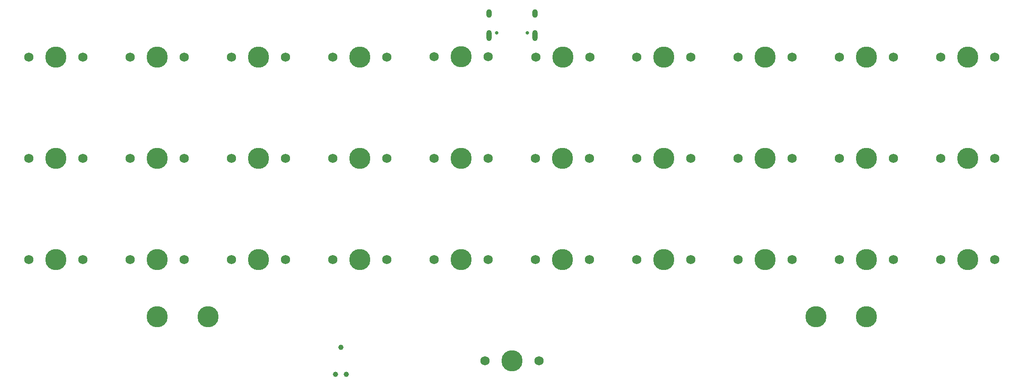
<source format=gbr>
%TF.GenerationSoftware,KiCad,Pcbnew,7.0.7-7.0.7~ubuntu23.04.1*%
%TF.CreationDate,2023-08-22T21:30:14-04:00*%
%TF.ProjectId,KeyboardSpeedrun,4b657962-6f61-4726-9453-706565647275,rev?*%
%TF.SameCoordinates,Original*%
%TF.FileFunction,Soldermask,Top*%
%TF.FilePolarity,Negative*%
%FSLAX46Y46*%
G04 Gerber Fmt 4.6, Leading zero omitted, Abs format (unit mm)*
G04 Created by KiCad (PCBNEW 7.0.7-7.0.7~ubuntu23.04.1) date 2023-08-22 21:30:14*
%MOMM*%
%LPD*%
G01*
G04 APERTURE LIST*
%ADD10C,1.750000*%
%ADD11C,3.987800*%
%ADD12C,0.650000*%
%ADD13O,1.000000X1.600000*%
%ADD14O,1.000000X2.100000*%
%ADD15C,0.990600*%
G04 APERTURE END LIST*
D10*
%TO.C,MX1*%
X78263750Y-59531250D03*
D11*
X83343750Y-59531250D03*
D10*
X88423750Y-59531250D03*
%TD*%
%TO.C,MX28*%
X211613750Y-97631250D03*
D11*
X216693750Y-97631250D03*
D10*
X221773750Y-97631250D03*
%TD*%
%TO.C,MX13*%
X116363750Y-78581250D03*
D11*
X121443750Y-78581250D03*
D10*
X126523750Y-78581250D03*
%TD*%
%TO.C,MX24*%
X135413750Y-97631250D03*
D11*
X140493750Y-97631250D03*
D10*
X145573750Y-97631250D03*
%TD*%
%TO.C,MX9*%
X230663750Y-59531250D03*
D11*
X235743750Y-59531250D03*
D10*
X240823750Y-59531250D03*
%TD*%
%TO.C,MX22*%
X97313750Y-97631250D03*
D11*
X102393750Y-97631250D03*
D10*
X107473750Y-97631250D03*
%TD*%
%TO.C,MX11*%
X78263750Y-78581250D03*
D11*
X83343750Y-78581250D03*
D10*
X88423750Y-78581250D03*
%TD*%
%TO.C,MX12*%
X97313750Y-78581250D03*
D11*
X102393750Y-78581250D03*
D10*
X107473750Y-78581250D03*
%TD*%
%TO.C,MX8*%
X211613750Y-59531250D03*
D11*
X216693750Y-59531250D03*
D10*
X221773750Y-59531250D03*
%TD*%
%TO.C,MX31*%
X163988750Y-116681250D03*
D11*
X169068750Y-116681250D03*
D10*
X174148750Y-116681250D03*
%TD*%
%TO.C,MX19*%
X230663750Y-78581250D03*
D11*
X235743750Y-78581250D03*
D10*
X240823750Y-78581250D03*
%TD*%
%TO.C,MX5*%
X164623750Y-59511250D03*
D11*
X159543750Y-59511250D03*
D10*
X154463750Y-59511250D03*
%TD*%
%TO.C,MX10*%
X249713750Y-59531250D03*
D11*
X254793750Y-59531250D03*
D10*
X259873750Y-59531250D03*
%TD*%
%TO.C,MX18*%
X211613750Y-78581250D03*
D11*
X216693750Y-78581250D03*
D10*
X221773750Y-78581250D03*
%TD*%
%TO.C,MX30*%
X249713750Y-97631250D03*
D11*
X254793750Y-97631250D03*
D10*
X259873750Y-97631250D03*
%TD*%
%TO.C,MX23*%
X116363750Y-97631250D03*
D11*
X121443750Y-97631250D03*
D10*
X126523750Y-97631250D03*
%TD*%
%TO.C,MX14*%
X135413750Y-78581250D03*
D11*
X140493750Y-78581250D03*
D10*
X145573750Y-78581250D03*
%TD*%
%TO.C,MX16*%
X173513750Y-78581250D03*
D11*
X178593750Y-78581250D03*
D10*
X183673750Y-78581250D03*
%TD*%
D11*
%TO.C,STAB31*%
X235743750Y-108426250D03*
X226218750Y-108426250D03*
X111918750Y-108426250D03*
X102393750Y-108426250D03*
%TD*%
D10*
%TO.C,MX25*%
X154463750Y-97631250D03*
D11*
X159543750Y-97631250D03*
D10*
X164623750Y-97631250D03*
%TD*%
%TO.C,MX29*%
X230663750Y-97631250D03*
D11*
X235743750Y-97631250D03*
D10*
X240823750Y-97631250D03*
%TD*%
%TO.C,MX2*%
X97313750Y-59531250D03*
D11*
X102393750Y-59531250D03*
D10*
X107473750Y-59531250D03*
%TD*%
%TO.C,MX7*%
X192563750Y-59531250D03*
D11*
X197643750Y-59531250D03*
D10*
X202723750Y-59531250D03*
%TD*%
%TO.C,MX20*%
X249713750Y-78581250D03*
D11*
X254793750Y-78581250D03*
D10*
X259873750Y-78581250D03*
%TD*%
%TO.C,MX17*%
X192563750Y-78581250D03*
D11*
X197643750Y-78581250D03*
D10*
X202723750Y-78581250D03*
%TD*%
%TO.C,MX15*%
X154463750Y-78581250D03*
D11*
X159543750Y-78581250D03*
D10*
X164623750Y-78581250D03*
%TD*%
%TO.C,MX21*%
X78263750Y-97631250D03*
D11*
X83343750Y-97631250D03*
D10*
X88423750Y-97631250D03*
%TD*%
%TO.C,MX6*%
X183693750Y-59531250D03*
D11*
X178613750Y-59531250D03*
D10*
X173533750Y-59531250D03*
%TD*%
%TO.C,MX27*%
X192563750Y-97631250D03*
D11*
X197643750Y-97631250D03*
D10*
X202723750Y-97631250D03*
%TD*%
%TO.C,MX4*%
X135413750Y-59531250D03*
D11*
X140493750Y-59531250D03*
D10*
X145573750Y-59531250D03*
%TD*%
%TO.C,MX26*%
X173513750Y-97631250D03*
D11*
X178593750Y-97631250D03*
D10*
X183673750Y-97631250D03*
%TD*%
%TO.C,MX3*%
X116363750Y-59531250D03*
D11*
X121443750Y-59531250D03*
D10*
X126523750Y-59531250D03*
%TD*%
D12*
%TO.C,J1*%
X166178750Y-54987500D03*
X171958750Y-54987500D03*
D13*
X164748750Y-51337500D03*
D14*
X164748750Y-55517500D03*
D13*
X173388750Y-51337500D03*
D14*
X173388750Y-55517500D03*
%TD*%
D15*
%TO.C,J2*%
X136921875Y-114141250D03*
X137937875Y-119221250D03*
X135905875Y-119221250D03*
%TD*%
M02*

</source>
